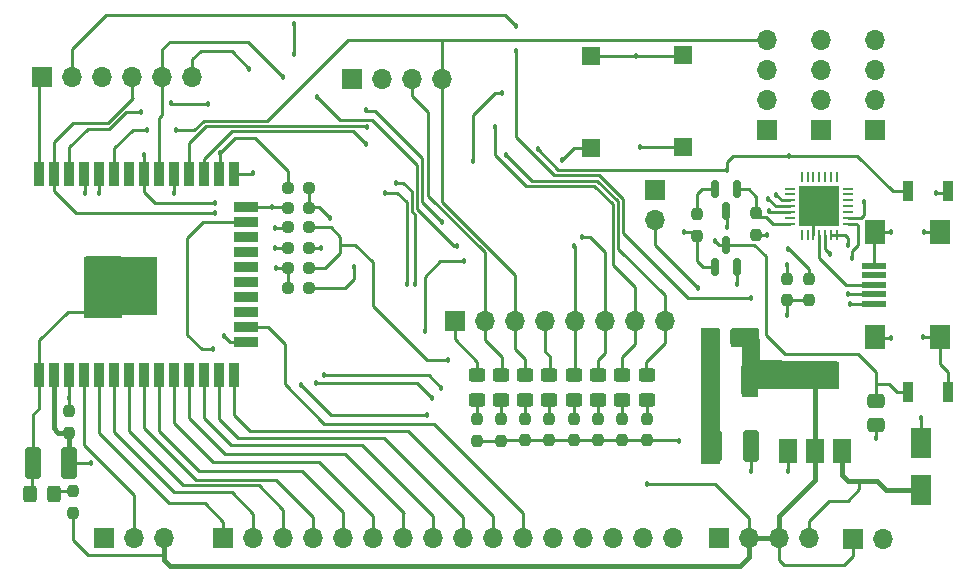
<source format=gbr>
%TF.GenerationSoftware,KiCad,Pcbnew,(6.0.2)*%
%TF.CreationDate,2022-06-23T10:32:29-05:00*%
%TF.ProjectId,ESP32_BUAP_DESARROLLO,45535033-325f-4425-9541-505f44455341,rev?*%
%TF.SameCoordinates,Original*%
%TF.FileFunction,Copper,L1,Top*%
%TF.FilePolarity,Positive*%
%FSLAX46Y46*%
G04 Gerber Fmt 4.6, Leading zero omitted, Abs format (unit mm)*
G04 Created by KiCad (PCBNEW (6.0.2)) date 2022-06-23 10:32:29*
%MOMM*%
%LPD*%
G01*
G04 APERTURE LIST*
G04 Aperture macros list*
%AMRoundRect*
0 Rectangle with rounded corners*
0 $1 Rounding radius*
0 $2 $3 $4 $5 $6 $7 $8 $9 X,Y pos of 4 corners*
0 Add a 4 corners polygon primitive as box body*
4,1,4,$2,$3,$4,$5,$6,$7,$8,$9,$2,$3,0*
0 Add four circle primitives for the rounded corners*
1,1,$1+$1,$2,$3*
1,1,$1+$1,$4,$5*
1,1,$1+$1,$6,$7*
1,1,$1+$1,$8,$9*
0 Add four rect primitives between the rounded corners*
20,1,$1+$1,$2,$3,$4,$5,0*
20,1,$1+$1,$4,$5,$6,$7,0*
20,1,$1+$1,$6,$7,$8,$9,0*
20,1,$1+$1,$8,$9,$2,$3,0*%
G04 Aperture macros list end*
%TA.AperFunction,SMDPad,CuDef*%
%ADD10RoundRect,0.250000X-0.450000X0.325000X-0.450000X-0.325000X0.450000X-0.325000X0.450000X0.325000X0*%
%TD*%
%TA.AperFunction,SMDPad,CuDef*%
%ADD11RoundRect,0.237500X-0.250000X-0.237500X0.250000X-0.237500X0.250000X0.237500X-0.250000X0.237500X0*%
%TD*%
%TA.AperFunction,SMDPad,CuDef*%
%ADD12RoundRect,0.237500X0.237500X-0.250000X0.237500X0.250000X-0.237500X0.250000X-0.237500X-0.250000X0*%
%TD*%
%TA.AperFunction,SMDPad,CuDef*%
%ADD13RoundRect,0.250000X-0.325000X-0.450000X0.325000X-0.450000X0.325000X0.450000X-0.325000X0.450000X0*%
%TD*%
%TA.AperFunction,SMDPad,CuDef*%
%ADD14RoundRect,0.150000X-0.150000X0.587500X-0.150000X-0.587500X0.150000X-0.587500X0.150000X0.587500X0*%
%TD*%
%TA.AperFunction,ComponentPad*%
%ADD15R,1.700000X1.700000*%
%TD*%
%TA.AperFunction,ComponentPad*%
%ADD16O,1.700000X1.700000*%
%TD*%
%TA.AperFunction,SMDPad,CuDef*%
%ADD17RoundRect,0.250000X0.412500X1.100000X-0.412500X1.100000X-0.412500X-1.100000X0.412500X-1.100000X0*%
%TD*%
%TA.AperFunction,SMDPad,CuDef*%
%ADD18RoundRect,0.250000X-0.412500X-1.100000X0.412500X-1.100000X0.412500X1.100000X-0.412500X1.100000X0*%
%TD*%
%TA.AperFunction,SMDPad,CuDef*%
%ADD19RoundRect,0.237500X-0.237500X0.250000X-0.237500X-0.250000X0.237500X-0.250000X0.237500X0.250000X0*%
%TD*%
%TA.AperFunction,SMDPad,CuDef*%
%ADD20RoundRect,0.150000X0.150000X-0.587500X0.150000X0.587500X-0.150000X0.587500X-0.150000X-0.587500X0*%
%TD*%
%TA.AperFunction,SMDPad,CuDef*%
%ADD21R,1.800000X2.500000*%
%TD*%
%TA.AperFunction,SMDPad,CuDef*%
%ADD22R,0.900000X1.700000*%
%TD*%
%TA.AperFunction,SMDPad,CuDef*%
%ADD23RoundRect,0.250000X-0.475000X0.337500X-0.475000X-0.337500X0.475000X-0.337500X0.475000X0.337500X0*%
%TD*%
%TA.AperFunction,SMDPad,CuDef*%
%ADD24RoundRect,0.062500X0.062500X-0.337500X0.062500X0.337500X-0.062500X0.337500X-0.062500X-0.337500X0*%
%TD*%
%TA.AperFunction,SMDPad,CuDef*%
%ADD25RoundRect,0.062500X0.337500X-0.062500X0.337500X0.062500X-0.337500X0.062500X-0.337500X-0.062500X0*%
%TD*%
%TA.AperFunction,SMDPad,CuDef*%
%ADD26R,3.350000X3.350000*%
%TD*%
%TA.AperFunction,SMDPad,CuDef*%
%ADD27RoundRect,0.250000X-0.337500X-0.475000X0.337500X-0.475000X0.337500X0.475000X-0.337500X0.475000X0*%
%TD*%
%TA.AperFunction,SMDPad,CuDef*%
%ADD28R,1.500000X2.000000*%
%TD*%
%TA.AperFunction,SMDPad,CuDef*%
%ADD29R,3.800000X2.000000*%
%TD*%
%TA.AperFunction,SMDPad,CuDef*%
%ADD30R,0.900000X2.000000*%
%TD*%
%TA.AperFunction,SMDPad,CuDef*%
%ADD31R,2.000000X0.900000*%
%TD*%
%TA.AperFunction,SMDPad,CuDef*%
%ADD32R,5.000000X5.000000*%
%TD*%
%TA.AperFunction,SMDPad,CuDef*%
%ADD33R,1.500000X1.500000*%
%TD*%
%TA.AperFunction,SMDPad,CuDef*%
%ADD34R,2.000000X0.500000*%
%TD*%
%TA.AperFunction,SMDPad,CuDef*%
%ADD35R,1.700000X2.000000*%
%TD*%
%TA.AperFunction,ViaPad*%
%ADD36C,0.457200*%
%TD*%
%TA.AperFunction,Conductor*%
%ADD37C,0.250000*%
%TD*%
%TA.AperFunction,Conductor*%
%ADD38C,0.457200*%
%TD*%
%TA.AperFunction,Conductor*%
%ADD39C,0.381000*%
%TD*%
G04 APERTURE END LIST*
D10*
%TO.P,D4,1,K*%
%TO.N,/SCL*%
X60850003Y-52575002D03*
%TO.P,D4,2,A*%
%TO.N,Net-(D4-Pad2)*%
X60850003Y-54625002D03*
%TD*%
D11*
%TO.P,R2,1*%
%TO.N,/GPIO4*%
X42787500Y-36700000D03*
%TO.P,R2,2*%
%TO.N,Earth*%
X44612500Y-36700000D03*
%TD*%
D12*
%TO.P,R15,1*%
%TO.N,/RTS*%
X77450000Y-40762500D03*
%TO.P,R15,2*%
%TO.N,Net-(Q2-Pad2)*%
X77450000Y-38937500D03*
%TD*%
D13*
%TO.P,D2,1,K*%
%TO.N,Earth*%
X20975000Y-62600002D03*
%TO.P,D2,2,A*%
%TO.N,Net-(D2-Pad2)*%
X23025000Y-62600002D03*
%TD*%
D14*
%TO.P,Q2,1,E*%
%TO.N,/DTR*%
X80850000Y-36812500D03*
%TO.P,Q2,2,B*%
%TO.N,Net-(Q2-Pad2)*%
X78950000Y-36812500D03*
%TO.P,Q2,3,C*%
%TO.N,/GPIO0*%
X79900000Y-38687500D03*
%TD*%
D15*
%TO.P,J7,1,Pin_1*%
%TO.N,/GPIO39*%
X37350000Y-66375000D03*
D16*
%TO.P,J7,2,Pin_2*%
%TO.N,/GPIO34*%
X39890000Y-66375000D03*
%TO.P,J7,3,Pin_3*%
%TO.N,/GPIO35*%
X42430000Y-66375000D03*
%TO.P,J7,4,Pin_4*%
%TO.N,/GPIO32*%
X44970000Y-66375000D03*
%TO.P,J7,5,Pin_5*%
%TO.N,/GPIO33*%
X47510000Y-66375000D03*
%TO.P,J7,6,Pin_6*%
%TO.N,/GPIO25*%
X50050000Y-66375000D03*
%TO.P,J7,7,Pin_7*%
%TO.N,/GPIO26*%
X52590000Y-66375000D03*
%TO.P,J7,8,Pin_8*%
%TO.N,/GPIO27*%
X55130000Y-66375000D03*
%TO.P,J7,9,Pin_9*%
%TO.N,/GPIO14*%
X57670000Y-66375000D03*
%TO.P,J7,10,Pin_10*%
%TO.N,/GPIO12*%
X60210000Y-66375000D03*
%TO.P,J7,11,Pin_11*%
%TO.N,/GPIO13*%
X62750000Y-66375000D03*
%TO.P,J7,12,Pin_12*%
%TO.N,/GPIO15*%
X65290000Y-66375000D03*
%TO.P,J7,13,Pin_13*%
%TO.N,/TX0*%
X67830000Y-66375000D03*
%TO.P,J7,14,Pin_14*%
%TO.N,/RX0*%
X70370000Y-66375000D03*
%TO.P,J7,15,Pin_15*%
%TO.N,Earth*%
X72910000Y-66375000D03*
%TO.P,J7,16,Pin_16*%
X75450000Y-66375000D03*
%TD*%
D17*
%TO.P,C1,1*%
%TO.N,/Vin*%
X82012500Y-58550000D03*
%TO.P,C1,2*%
%TO.N,Earth*%
X78887500Y-58550000D03*
%TD*%
D18*
%TO.P,C5,1*%
%TO.N,Earth*%
X21187500Y-60000000D03*
%TO.P,C5,2*%
%TO.N,VDDMICRO*%
X24312500Y-60000000D03*
%TD*%
D19*
%TO.P,R10,1*%
%TO.N,Net-(D1-Pad2)*%
X58800009Y-56287506D03*
%TO.P,R10,2*%
%TO.N,Net-(JP1-Pad2)*%
X58800009Y-58112506D03*
%TD*%
D11*
%TO.P,R13,1*%
%TO.N,/CS*%
X42787500Y-40050000D03*
%TO.P,R13,2*%
%TO.N,VDD3V3*%
X44612500Y-40050000D03*
%TD*%
%TO.P,R7,1*%
%TO.N,/TX0*%
X42787500Y-45200000D03*
%TO.P,R7,2*%
%TO.N,Net-(R7-Pad2)*%
X44612500Y-45200000D03*
%TD*%
D10*
%TO.P,D6,1,K*%
%TO.N,/MISO*%
X64950003Y-52575000D03*
%TO.P,D6,2,A*%
%TO.N,Net-(D6-Pad2)*%
X64950003Y-54625000D03*
%TD*%
D19*
%TO.P,R17,1*%
%TO.N,Net-(D5-Pad2)*%
X62900001Y-56237493D03*
%TO.P,R17,2*%
%TO.N,Net-(JP1-Pad2)*%
X62900001Y-58062493D03*
%TD*%
D11*
%TO.P,R12,1*%
%TO.N,/TX0*%
X42787500Y-43500000D03*
%TO.P,R12,2*%
%TO.N,VDD3V3*%
X44612500Y-43500000D03*
%TD*%
D10*
%TO.P,D8,1,K*%
%TO.N,/CS*%
X69050003Y-52575000D03*
%TO.P,D8,2,A*%
%TO.N,Net-(D8-Pad2)*%
X69050003Y-54625000D03*
%TD*%
D19*
%TO.P,R5,1*%
%TO.N,Net-(D2-Pad2)*%
X24600000Y-62387500D03*
%TO.P,R5,2*%
%TO.N,VDD3V3*%
X24600000Y-64212500D03*
%TD*%
D20*
%TO.P,Q1,1,E*%
%TO.N,/RTS*%
X78950000Y-43387500D03*
%TO.P,Q1,2,B*%
%TO.N,Net-(Q1-Pad2)*%
X80850000Y-43387500D03*
%TO.P,Q1,3,C*%
%TO.N,/EN*%
X79900000Y-41512500D03*
%TD*%
D10*
%TO.P,D10,1,K*%
%TO.N,/RX2*%
X73200000Y-52575000D03*
%TO.P,D10,2,A*%
%TO.N,Net-(D10-Pad2)*%
X73200000Y-54625000D03*
%TD*%
D19*
%TO.P,R22,1*%
%TO.N,Net-(D10-Pad2)*%
X73200003Y-56237500D03*
%TO.P,R22,2*%
%TO.N,Net-(JP1-Pad2)*%
X73200003Y-58062500D03*
%TD*%
D15*
%TO.P,J2,1,Pin_1*%
%TO.N,Earth*%
X22025000Y-27275000D03*
D16*
%TO.P,J2,2,Pin_2*%
%TO.N,/Vin*%
X24565000Y-27275000D03*
%TO.P,J2,3,Pin_3*%
%TO.N,/MISO*%
X27105000Y-27275000D03*
%TO.P,J2,4,Pin_4*%
%TO.N,/MOSI*%
X29645000Y-27275000D03*
%TO.P,J2,5,Pin_5*%
%TO.N,/SCK*%
X32185000Y-27275000D03*
%TO.P,J2,6,Pin_6*%
%TO.N,/CS*%
X34725000Y-27275000D03*
%TD*%
D10*
%TO.P,D7,1,K*%
%TO.N,/SCK*%
X67000008Y-52574990D03*
%TO.P,D7,2,A*%
%TO.N,Net-(D7-Pad2)*%
X67000008Y-54624990D03*
%TD*%
D17*
%TO.P,C3,1*%
%TO.N,VDD3V3*%
X81862500Y-53000000D03*
%TO.P,C3,2*%
%TO.N,Earth*%
X78737500Y-53000000D03*
%TD*%
D15*
%TO.P,J5,1,Pin_1*%
%TO.N,Earth*%
X92550000Y-31770000D03*
D16*
%TO.P,J5,2,Pin_2*%
%TO.N,VDD3V3*%
X92550000Y-29230000D03*
%TO.P,J5,3,Pin_3*%
%TO.N,/SCL*%
X92550000Y-26690000D03*
%TO.P,J5,4,Pin_4*%
%TO.N,/SDA*%
X92550000Y-24150000D03*
%TD*%
D21*
%TO.P,D3,1,K*%
%TO.N,/Vin*%
X96400010Y-62300006D03*
%TO.P,D3,2,A*%
%TO.N,VCCUSB*%
X96400010Y-58300006D03*
%TD*%
D15*
%TO.P,J4,1,Pin_1*%
%TO.N,Earth*%
X83350000Y-31770000D03*
D16*
%TO.P,J4,2,Pin_2*%
%TO.N,VDD3V3*%
X83350000Y-29230000D03*
%TO.P,J4,3,Pin_3*%
%TO.N,/SCL*%
X83350000Y-26690000D03*
%TO.P,J4,4,Pin_4*%
%TO.N,/SDA*%
X83350000Y-24150000D03*
%TD*%
D12*
%TO.P,R11,1*%
%TO.N,VDDMICRO*%
X24300000Y-57412500D03*
%TO.P,R11,2*%
%TO.N,/EN*%
X24300000Y-55587500D03*
%TD*%
D15*
%TO.P,J6,1,Pin_1*%
%TO.N,Earth*%
X87950000Y-31770000D03*
D16*
%TO.P,J6,2,Pin_2*%
%TO.N,VDD3V3*%
X87950000Y-29230000D03*
%TO.P,J6,3,Pin_3*%
%TO.N,/SCL*%
X87950000Y-26690000D03*
%TO.P,J6,4,Pin_4*%
%TO.N,/SDA*%
X87950000Y-24150000D03*
%TD*%
D15*
%TO.P,J9,1,Pin_1*%
%TO.N,/MOSI*%
X56925007Y-48000006D03*
D16*
%TO.P,J9,2,Pin_2*%
%TO.N,/SCL*%
X59465007Y-48000006D03*
%TO.P,J9,3,Pin_3*%
%TO.N,/SDA*%
X62005007Y-48000006D03*
%TO.P,J9,4,Pin_4*%
%TO.N,/MISO*%
X64545007Y-48000006D03*
%TO.P,J9,5,Pin_5*%
%TO.N,/SCK*%
X67085007Y-48000006D03*
%TO.P,J9,6,Pin_6*%
%TO.N,/CS*%
X69625007Y-48000006D03*
%TO.P,J9,7,Pin_7*%
%TO.N,/TX2*%
X72165007Y-48000006D03*
%TO.P,J9,8,Pin_8*%
%TO.N,/RX2*%
X74705007Y-48000006D03*
%TD*%
D22*
%TO.P,RST1,1,1*%
%TO.N,/EN*%
X95300009Y-53999994D03*
%TO.P,RST1,2,2*%
%TO.N,Earth*%
X98700009Y-53999994D03*
%TD*%
D23*
%TO.P,C4,1*%
%TO.N,/EN*%
X92600000Y-54700000D03*
%TO.P,C4,2*%
%TO.N,Earth*%
X92600000Y-56775000D03*
%TD*%
D24*
%TO.P,U1,1,~{DCD}*%
%TO.N,unconnected-(U1-Pad1)*%
X86300002Y-40700012D03*
%TO.P,U1,2,~{RI}/CLK*%
%TO.N,unconnected-(U1-Pad2)*%
X86800002Y-40700012D03*
%TO.P,U1,3,GND*%
%TO.N,Earth*%
X87300002Y-40700012D03*
%TO.P,U1,4,D+*%
%TO.N,Net-(J1-Pad3)*%
X87800002Y-40700012D03*
%TO.P,U1,5,D-*%
%TO.N,Net-(J1-Pad2)*%
X88300002Y-40700012D03*
%TO.P,U1,6,VDD*%
%TO.N,VDD3V3*%
X88800002Y-40700012D03*
%TO.P,U1,7,VREGIN*%
X89300002Y-40700012D03*
D25*
%TO.P,U1,8,VBUS*%
%TO.N,VCCUSB*%
X90250002Y-39750012D03*
%TO.P,U1,9,~{RST}*%
%TO.N,Net-(R1-Pad1)*%
X90250002Y-39250012D03*
%TO.P,U1,10,NC*%
%TO.N,unconnected-(U1-Pad10)*%
X90250002Y-38750012D03*
%TO.P,U1,11,~{SUSPEND}*%
%TO.N,unconnected-(U1-Pad11)*%
X90250002Y-38250012D03*
%TO.P,U1,12,SUSPEND*%
%TO.N,unconnected-(U1-Pad12)*%
X90250002Y-37750012D03*
%TO.P,U1,13,CHREN*%
%TO.N,unconnected-(U1-Pad13)*%
X90250002Y-37250012D03*
%TO.P,U1,14,CHR1*%
%TO.N,unconnected-(U1-Pad14)*%
X90250002Y-36750012D03*
D24*
%TO.P,U1,15,CHR0*%
%TO.N,unconnected-(U1-Pad15)*%
X89300002Y-35800012D03*
%TO.P,U1,16,~{WAKEUP}/GPIO.3*%
%TO.N,unconnected-(U1-Pad16)*%
X88800002Y-35800012D03*
%TO.P,U1,17,RS485/GPIO.2*%
%TO.N,unconnected-(U1-Pad17)*%
X88300002Y-35800012D03*
%TO.P,U1,18,~{RXT}/GPIO.1*%
%TO.N,unconnected-(U1-Pad18)*%
X87800002Y-35800012D03*
%TO.P,U1,19,~{TXT}/GPIO.0*%
%TO.N,unconnected-(U1-Pad19)*%
X87300002Y-35800012D03*
%TO.P,U1,20,GPIO.6*%
%TO.N,unconnected-(U1-Pad20)*%
X86800002Y-35800012D03*
%TO.P,U1,21,GPIO.5*%
%TO.N,unconnected-(U1-Pad21)*%
X86300002Y-35800012D03*
D25*
%TO.P,U1,22,GPIO.4*%
%TO.N,unconnected-(U1-Pad22)*%
X85350002Y-36750012D03*
%TO.P,U1,23,~{CTS}*%
%TO.N,unconnected-(U1-Pad23)*%
X85350002Y-37250012D03*
%TO.P,U1,24,~{RTS}*%
%TO.N,/RTS*%
X85350002Y-37750012D03*
%TO.P,U1,25,RXD*%
%TO.N,Net-(R7-Pad2)*%
X85350002Y-38250012D03*
%TO.P,U1,26,TXD*%
%TO.N,Net-(R8-Pad2)*%
X85350002Y-38750012D03*
%TO.P,U1,27,~{DSR}*%
%TO.N,unconnected-(U1-Pad27)*%
X85350002Y-39250012D03*
%TO.P,U1,28,~{DTR}*%
%TO.N,/DTR*%
X85350002Y-39750012D03*
D26*
%TO.P,U1,29,GND*%
%TO.N,Earth*%
X87800002Y-38250012D03*
%TD*%
D19*
%TO.P,R21,1*%
%TO.N,Net-(D9-Pad2)*%
X71100003Y-56237500D03*
%TO.P,R21,2*%
%TO.N,Net-(JP1-Pad2)*%
X71100003Y-58062500D03*
%TD*%
D11*
%TO.P,R6,1*%
%TO.N,/GPIO2*%
X42787500Y-38400000D03*
%TO.P,R6,2*%
%TO.N,Earth*%
X44612500Y-38400000D03*
%TD*%
D15*
%TO.P,J3,1,Pin_1*%
%TO.N,Earth*%
X48200000Y-27500000D03*
D16*
%TO.P,J3,2,Pin_2*%
%TO.N,VDD3V3*%
X50740000Y-27500000D03*
%TO.P,J3,3,Pin_3*%
%TO.N,/SCL*%
X53280000Y-27500000D03*
%TO.P,J3,4,Pin_4*%
%TO.N,/SDA*%
X55820000Y-27500000D03*
%TD*%
D19*
%TO.P,R18,1*%
%TO.N,Net-(D6-Pad2)*%
X64950009Y-56237493D03*
%TO.P,R18,2*%
%TO.N,Net-(JP1-Pad2)*%
X64950009Y-58062493D03*
%TD*%
D22*
%TO.P,RST2,1,1*%
%TO.N,/GPIO0*%
X95300009Y-37000002D03*
%TO.P,RST2,2,2*%
%TO.N,Earth*%
X98700009Y-37000002D03*
%TD*%
D27*
%TO.P,C2,1*%
%TO.N,Earth*%
X78762500Y-49300000D03*
%TO.P,C2,2*%
%TO.N,VDD3V3*%
X80837500Y-49300000D03*
%TD*%
D28*
%TO.P,U2,1,GND*%
%TO.N,Earth*%
X85149990Y-58949990D03*
%TO.P,U2,2,VO*%
%TO.N,VDD3V3*%
X87449990Y-58949990D03*
D29*
X87449990Y-52649990D03*
D28*
%TO.P,U2,3,VI*%
%TO.N,/Vin*%
X89749990Y-58949990D03*
%TD*%
D10*
%TO.P,D5,1,K*%
%TO.N,/SDA*%
X62900003Y-52575000D03*
%TO.P,D5,2,A*%
%TO.N,Net-(D5-Pad2)*%
X62900003Y-54625000D03*
%TD*%
D19*
%TO.P,R14,1*%
%TO.N,/DTR*%
X82450000Y-38837500D03*
%TO.P,R14,2*%
%TO.N,Net-(Q1-Pad2)*%
X82450000Y-40662500D03*
%TD*%
%TO.P,R19,1*%
%TO.N,Net-(D7-Pad2)*%
X67000003Y-56237500D03*
%TO.P,R19,2*%
%TO.N,Net-(JP1-Pad2)*%
X67000003Y-58062500D03*
%TD*%
D30*
%TO.P,U4,1,GND*%
%TO.N,Earth*%
X21744991Y-52499988D03*
%TO.P,U4,2,VDD*%
%TO.N,VDDMICRO*%
X23014991Y-52499988D03*
%TO.P,U4,3,EN*%
%TO.N,/EN*%
X24284991Y-52499988D03*
%TO.P,U4,4,SENSOR_VP*%
%TO.N,/GPIO36*%
X25554991Y-52499988D03*
%TO.P,U4,5,SENSOR_VN*%
%TO.N,/GPIO39*%
X26824991Y-52499988D03*
%TO.P,U4,6,IO34*%
%TO.N,/GPIO34*%
X28094991Y-52499988D03*
%TO.P,U4,7,IO35*%
%TO.N,/GPIO35*%
X29364991Y-52499988D03*
%TO.P,U4,8,IO32*%
%TO.N,/GPIO32*%
X30634991Y-52499988D03*
%TO.P,U4,9,IO33*%
%TO.N,/GPIO33*%
X31904991Y-52499988D03*
%TO.P,U4,10,IO25*%
%TO.N,/GPIO25*%
X33174991Y-52499988D03*
%TO.P,U4,11,IO26*%
%TO.N,/GPIO26*%
X34444991Y-52499988D03*
%TO.P,U4,12,IO27*%
%TO.N,/GPIO27*%
X35714991Y-52499988D03*
%TO.P,U4,13,IO14*%
%TO.N,/GPIO14*%
X36984991Y-52499988D03*
%TO.P,U4,14,IO12*%
%TO.N,/GPIO12*%
X38254991Y-52499988D03*
D31*
%TO.P,U4,15,GND*%
%TO.N,Earth*%
X39254991Y-49714988D03*
%TO.P,U4,16,IO13*%
%TO.N,/GPIO13*%
X39254991Y-48444988D03*
%TO.P,U4,17,SHD/SD2*%
%TO.N,unconnected-(U4-Pad17)*%
X39254991Y-47174988D03*
%TO.P,U4,18,SWP/SD3*%
%TO.N,unconnected-(U4-Pad18)*%
X39254991Y-45904988D03*
%TO.P,U4,19,SCS/CMD*%
%TO.N,unconnected-(U4-Pad19)*%
X39254991Y-44634988D03*
%TO.P,U4,20,SCK/CLK*%
%TO.N,unconnected-(U4-Pad20)*%
X39254991Y-43364988D03*
%TO.P,U4,21,SDO/SD0*%
%TO.N,unconnected-(U4-Pad21)*%
X39254991Y-42094988D03*
%TO.P,U4,22,SDI/SD1*%
%TO.N,unconnected-(U4-Pad22)*%
X39254991Y-40824988D03*
%TO.P,U4,23,IO15*%
%TO.N,/GPIO15*%
X39254991Y-39554988D03*
%TO.P,U4,24,IO2*%
%TO.N,/GPIO2*%
X39254991Y-38284988D03*
D30*
%TO.P,U4,25,IO0*%
%TO.N,/GPIO0*%
X38254991Y-35499988D03*
%TO.P,U4,26,IO4*%
%TO.N,/GPIO4*%
X36984991Y-35499988D03*
%TO.P,U4,27,IO16*%
%TO.N,/RX2*%
X35714991Y-35499988D03*
%TO.P,U4,28,IO17*%
%TO.N,/TX2*%
X34444991Y-35499988D03*
%TO.P,U4,29,IO5*%
%TO.N,/CS*%
X33174991Y-35499988D03*
%TO.P,U4,30,IO18*%
%TO.N,/SCK*%
X31904991Y-35499988D03*
%TO.P,U4,31,IO19*%
%TO.N,/MISO*%
X30634991Y-35499988D03*
%TO.P,U4,32,NC*%
%TO.N,unconnected-(U4-Pad32)*%
X29364991Y-35499988D03*
%TO.P,U4,33,IO21*%
%TO.N,/SDA*%
X28094991Y-35499988D03*
%TO.P,U4,34,RXD0/IO3*%
%TO.N,/RX0*%
X26824991Y-35499988D03*
%TO.P,U4,35,TXD0/IO1*%
%TO.N,/TX0*%
X25554991Y-35499988D03*
%TO.P,U4,36,IO22*%
%TO.N,/SCL*%
X24284991Y-35499988D03*
%TO.P,U4,37,IO23*%
%TO.N,/MOSI*%
X23014991Y-35499988D03*
%TO.P,U4,38,GND*%
%TO.N,Earth*%
X21744991Y-35499988D03*
D32*
%TO.P,U4,39,GND*%
X29244991Y-44999988D03*
%TD*%
D15*
%TO.P,J11,1,Pin_1*%
%TO.N,VDD3V3*%
X90650000Y-66400000D03*
D16*
%TO.P,J11,2,Pin_2*%
%TO.N,VDDMICRO*%
X93190000Y-66400000D03*
%TD*%
D19*
%TO.P,R9,1*%
%TO.N,/GPIO0*%
X86900000Y-44387500D03*
%TO.P,R9,2*%
%TO.N,VDD3V3*%
X86900000Y-46212500D03*
%TD*%
D15*
%TO.P,J10,1,Pin_1*%
%TO.N,Earth*%
X27199996Y-66375001D03*
D16*
%TO.P,J10,2,Pin_2*%
%TO.N,/GPIO36*%
X29739996Y-66375001D03*
%TO.P,J10,3,Pin_3*%
%TO.N,VDD3V3*%
X32279996Y-66375001D03*
%TD*%
D10*
%TO.P,D1,1,K*%
%TO.N,/MOSI*%
X58800009Y-52575002D03*
%TO.P,D1,2,A*%
%TO.N,Net-(D1-Pad2)*%
X58800009Y-54625002D03*
%TD*%
D15*
%TO.P,JP1,1,A*%
%TO.N,VDD3V3*%
X73900000Y-36900000D03*
D16*
%TO.P,JP1,2,B*%
%TO.N,Net-(JP1-Pad2)*%
X73900000Y-39440000D03*
%TD*%
D11*
%TO.P,R8,1*%
%TO.N,/RX0*%
X42787500Y-41750000D03*
%TO.P,R8,2*%
%TO.N,Net-(R8-Pad2)*%
X44612500Y-41750000D03*
%TD*%
D19*
%TO.P,R1,1*%
%TO.N,Net-(R1-Pad1)*%
X85100000Y-44387500D03*
%TO.P,R1,2*%
%TO.N,VDD3V3*%
X85100000Y-46212500D03*
%TD*%
D15*
%TO.P,J8,1,Pin_1*%
%TO.N,Earth*%
X79300000Y-66350000D03*
D16*
%TO.P,J8,2,Pin_2*%
%TO.N,VDD3V3*%
X81840000Y-66350000D03*
%TO.P,J8,3,Pin_3*%
X84380000Y-66350000D03*
%TO.P,J8,4,Pin_4*%
%TO.N,/Vin*%
X86920000Y-66350000D03*
%TD*%
D33*
%TO.P,RST3,1,1*%
%TO.N,/GPIO2*%
X68500000Y-33300000D03*
%TO.P,RST3,2,2*%
%TO.N,VDD3V3*%
X68500000Y-25500000D03*
%TD*%
D19*
%TO.P,R20,1*%
%TO.N,Net-(D8-Pad2)*%
X69050003Y-56225000D03*
%TO.P,R20,2*%
%TO.N,Net-(JP1-Pad2)*%
X69050003Y-58050000D03*
%TD*%
%TO.P,R16,1*%
%TO.N,Net-(D4-Pad2)*%
X60849992Y-56287506D03*
%TO.P,R16,2*%
%TO.N,Net-(JP1-Pad2)*%
X60849992Y-58112506D03*
%TD*%
D34*
%TO.P,J1,1,VBUS*%
%TO.N,VCCUSB*%
X92425007Y-46500012D03*
%TO.P,J1,2,D-*%
%TO.N,Net-(J1-Pad2)*%
X92425007Y-45700012D03*
%TO.P,J1,3,D+*%
%TO.N,Net-(J1-Pad3)*%
X92425007Y-44900012D03*
%TO.P,J1,4,ID*%
%TO.N,OTG_ID*%
X92425007Y-44100012D03*
%TO.P,J1,5,GND*%
%TO.N,Earth*%
X92425007Y-43300012D03*
D35*
%TO.P,J1,6,Shield*%
X97975007Y-40450012D03*
X97975007Y-49350012D03*
X92525007Y-49350012D03*
X92525007Y-40450012D03*
%TD*%
D10*
%TO.P,D9,1,K*%
%TO.N,/TX2*%
X71100010Y-52574994D03*
%TO.P,D9,2,A*%
%TO.N,Net-(D9-Pad2)*%
X71100010Y-54624994D03*
%TD*%
D33*
%TO.P,RST4,1,1*%
%TO.N,/GPIO4*%
X76250000Y-33250000D03*
%TO.P,RST4,2,2*%
%TO.N,VDD3V3*%
X76250000Y-25450000D03*
%TD*%
D36*
%TO.N,Earth*%
X87850000Y-39550000D03*
X78700000Y-56700000D03*
X87850000Y-37000000D03*
X25999999Y-42850003D03*
X43350002Y-22850000D03*
X26000000Y-44650000D03*
X78700000Y-55100000D03*
X93900000Y-40400000D03*
X26000000Y-45250000D03*
X88950000Y-39550000D03*
X96700000Y-40400000D03*
X93900000Y-49400000D03*
X97700000Y-37100000D03*
X78150000Y-50600000D03*
X26000000Y-44050000D03*
X89000000Y-38250000D03*
X78700000Y-55950000D03*
X86600000Y-37000000D03*
X96600000Y-49300000D03*
X92600000Y-57900000D03*
X78800000Y-50600000D03*
X43350002Y-25400000D03*
X37400000Y-49250000D03*
X26000000Y-46550000D03*
X85149995Y-60649993D03*
X46400000Y-39250000D03*
X86600000Y-39550000D03*
X86600000Y-38250000D03*
X89000000Y-37000000D03*
X26000000Y-43450000D03*
X26000000Y-45900000D03*
X87850000Y-38250000D03*
X26000000Y-47200000D03*
%TO.N,VDD3V3*%
X73200006Y-61800003D03*
X90200000Y-41500000D03*
X85100008Y-47500007D03*
X84749996Y-51950010D03*
X72300000Y-25500000D03*
X56399989Y-51299999D03*
%TO.N,VCCUSB*%
X90400835Y-46503387D03*
X96400010Y-56199989D03*
X90599997Y-42599991D03*
%TO.N,Net-(J1-Pad2)*%
X88700000Y-42299992D03*
X90200000Y-45700000D03*
%TO.N,Net-(R1-Pad1)*%
X85100008Y-43199990D03*
X91600000Y-37900000D03*
%TO.N,/EN*%
X78999994Y-41199994D03*
X54400000Y-48800000D03*
X57700012Y-42925975D03*
X24300000Y-54450005D03*
%TO.N,/TX0*%
X45149999Y-53250008D03*
X25600000Y-37149989D03*
X54999992Y-54499993D03*
X41800000Y-43450000D03*
%TO.N,/CS*%
X39550010Y-26599998D03*
X67699992Y-40850007D03*
X49400003Y-30099991D03*
X41750005Y-40099996D03*
X33149997Y-37149989D03*
X55862703Y-39587297D03*
%TO.N,/RX0*%
X45849997Y-52525498D03*
X55799990Y-53599994D03*
X26850010Y-37149989D03*
X41750000Y-41800000D03*
%TO.N,/RTS*%
X76350012Y-40450008D03*
X84150000Y-37300000D03*
%TO.N,Net-(R7-Pad2)*%
X48400000Y-43400000D03*
X83450000Y-37600000D03*
%TO.N,Net-(Q1-Pad2)*%
X80850003Y-44849999D03*
X83400000Y-40700000D03*
%TO.N,/GPIO0*%
X85175496Y-41899992D03*
X85200000Y-34000008D03*
X63962305Y-33437703D03*
X79950005Y-39999996D03*
X79999992Y-35174504D03*
X39850009Y-35449993D03*
%TO.N,Net-(R8-Pad2)*%
X45650000Y-41800000D03*
X83554874Y-38689369D03*
%TO.N,/Vin*%
X82050001Y-60700006D03*
X62100003Y-22950000D03*
X62100003Y-25100001D03*
X82050000Y-46000000D03*
%TO.N,/SCK*%
X67050006Y-41599993D03*
X42399991Y-27299996D03*
X57150000Y-41650000D03*
X45249998Y-28999993D03*
%TO.N,/MISO*%
X53600000Y-44800000D03*
X51950000Y-36250000D03*
X30650002Y-33900008D03*
X36649990Y-37971908D03*
%TO.N,/MOSI*%
X51050012Y-37100002D03*
X36649990Y-38799999D03*
X52900000Y-44800000D03*
%TO.N,/SCL*%
X32949998Y-29550004D03*
X30400000Y-30299990D03*
X36000000Y-29600000D03*
%TO.N,/SDA*%
X33349997Y-31800013D03*
X30899989Y-31800013D03*
%TO.N,/GPIO2*%
X41450000Y-38300000D03*
X66000000Y-34300000D03*
%TO.N,/GPIO15*%
X36449991Y-50349988D03*
X54599992Y-55899990D03*
X43899988Y-53350008D03*
%TO.N,/GPIO4*%
X72649994Y-33249997D03*
X60949992Y-28699993D03*
X37050000Y-33749996D03*
X58450000Y-34400000D03*
%TO.N,/RX2*%
X61249992Y-33900008D03*
X49449990Y-33000010D03*
%TO.N,/TX2*%
X49500003Y-31499988D03*
X60300000Y-31500000D03*
%TO.N,Net-(JP1-Pad2)*%
X77499997Y-45149999D03*
X75900000Y-58100000D03*
%TO.N,VDDMICRO*%
X26150011Y-60000007D03*
%TD*%
D37*
%TO.N,Earth*%
X43350000Y-25400000D02*
X43350000Y-22850000D01*
X97975007Y-51575007D02*
X97975007Y-49350012D01*
X87300000Y-40700000D02*
X87300000Y-38750000D01*
X96700000Y-40400000D02*
X97925000Y-40400000D01*
X37865000Y-49715000D02*
X39255000Y-49715000D01*
X98600000Y-37100000D02*
X98700000Y-37000000D01*
X97924995Y-49300000D02*
X96600000Y-49300000D01*
X37400000Y-49250000D02*
X37865000Y-49715000D01*
X24150000Y-47200000D02*
X26000000Y-47200000D01*
X21745000Y-27555000D02*
X22025000Y-27275000D01*
X92575000Y-49400000D02*
X92525000Y-49350000D01*
X93900000Y-40400000D02*
X92575000Y-40400000D01*
X92425000Y-43300000D02*
X92425000Y-40550000D01*
X21125000Y-62600000D02*
X21125000Y-60062500D01*
X92425000Y-40550000D02*
X92525000Y-40450000D01*
X45450000Y-38300000D02*
X44612500Y-38300000D01*
X21745000Y-35500000D02*
X21745000Y-27555000D01*
X97925000Y-40400000D02*
X97975000Y-40450000D01*
X21745000Y-52500000D02*
X21745000Y-55355000D01*
X46400000Y-39250000D02*
X45450000Y-38300000D01*
X21125000Y-60062500D02*
X21187500Y-60000000D01*
X93900000Y-49400000D02*
X92575000Y-49400000D01*
X87300000Y-38750000D02*
X87800000Y-38250000D01*
X92600000Y-57900000D02*
X92600000Y-56775000D01*
X85150000Y-58950000D02*
X85150000Y-60650000D01*
X21745000Y-55355000D02*
X21187500Y-55912500D01*
X98700009Y-53999994D02*
X98700000Y-53999985D01*
X97700000Y-37100000D02*
X98600000Y-37100000D01*
X98700000Y-52300000D02*
X97975007Y-51575007D01*
X98700000Y-53999985D02*
X98700000Y-52300000D01*
X44612500Y-36700000D02*
X44612500Y-38300000D01*
X21745000Y-49605000D02*
X24150000Y-47200000D01*
X21745000Y-52500000D02*
X21745000Y-49605000D01*
X92575000Y-40400000D02*
X92525000Y-40450000D01*
X21187500Y-55912500D02*
X21187500Y-60000000D01*
%TO.N,VDD3V3*%
X48500000Y-41500000D02*
X47250000Y-41500000D01*
D38*
X87449990Y-52650009D02*
X87449990Y-58949996D01*
D37*
X85100000Y-46212500D02*
X86900000Y-46212500D01*
X47250000Y-40850000D02*
X46450000Y-40050000D01*
X90000012Y-40700012D02*
X90200000Y-40900000D01*
X89300002Y-40700012D02*
X90000012Y-40700012D01*
X90200000Y-40900000D02*
X90200000Y-41500000D01*
X79000000Y-61800000D02*
X73200000Y-61800000D01*
X85100000Y-46212500D02*
X85100000Y-47500000D01*
X89900000Y-68650000D02*
X90650000Y-67900000D01*
X50000000Y-43000000D02*
X48500000Y-41500000D01*
X81840000Y-66350000D02*
X81840000Y-64640000D01*
X24600000Y-64212500D02*
X24600000Y-66500000D01*
X76000000Y-25500000D02*
X76150000Y-25350000D01*
D39*
X87449990Y-60850010D02*
X87449990Y-58949996D01*
X81839994Y-66350007D02*
X81839994Y-67909999D01*
D37*
X90650000Y-67900000D02*
X90650000Y-66400000D01*
X44612500Y-43500000D02*
X45950000Y-43500000D01*
X50000000Y-46714282D02*
X50000000Y-43000000D01*
D39*
X87449990Y-60850010D02*
X87449990Y-61400004D01*
D37*
X88800002Y-40700012D02*
X89300002Y-40700012D01*
X54585718Y-51300000D02*
X50000000Y-46714282D01*
D39*
X81050003Y-68699990D02*
X32799990Y-68699990D01*
D37*
X24600000Y-66500000D02*
X25880000Y-67780000D01*
X84380000Y-66350000D02*
X84380000Y-68230000D01*
X72300000Y-25500000D02*
X68500000Y-25500000D01*
X72300000Y-25500000D02*
X76000000Y-25500000D01*
X81840000Y-64640000D02*
X79000000Y-61800000D01*
X56400000Y-51300000D02*
X54585718Y-51300000D01*
D39*
X32280000Y-68180000D02*
X32280000Y-67780000D01*
X32280000Y-67780000D02*
X32280000Y-66375000D01*
X84379994Y-66350007D02*
X81839994Y-66350007D01*
D37*
X84800000Y-68650000D02*
X89900000Y-68650000D01*
X47250000Y-41500000D02*
X47250000Y-40850000D01*
X84380000Y-68230000D02*
X84800000Y-68650000D01*
D39*
X87449990Y-61400004D02*
X84379994Y-64470001D01*
D37*
X25880000Y-67780000D02*
X32280000Y-67780000D01*
X45950000Y-43500000D02*
X47250000Y-42200000D01*
D39*
X81839994Y-67909999D02*
X81050003Y-68699990D01*
X84379994Y-64470001D02*
X84379994Y-66350007D01*
D37*
X47250000Y-42200000D02*
X47250000Y-41500000D01*
X46450000Y-40050000D02*
X44612500Y-40050000D01*
D39*
X32799990Y-68699990D02*
X32280000Y-68180000D01*
D37*
%TO.N,Net-(D2-Pad2)*%
X23437501Y-62337500D02*
X23174999Y-62600002D01*
X23387500Y-62387500D02*
X23175000Y-62600000D01*
X24800000Y-62337500D02*
X23437501Y-62337500D01*
%TO.N,Net-(J1-Pad3)*%
X87800002Y-40700012D02*
X87800002Y-42600002D01*
X87800002Y-42600002D02*
X90100000Y-44900000D01*
X90100000Y-44900000D02*
X92425000Y-44900000D01*
%TO.N,VCCUSB*%
X90950012Y-39750012D02*
X91100000Y-39900000D01*
X91100000Y-41500000D02*
X90600000Y-42000000D01*
X90250002Y-39750012D02*
X90950012Y-39750012D01*
X91100000Y-39900000D02*
X91100000Y-41500000D01*
X92425000Y-46500000D02*
X90404221Y-46500000D01*
X96400000Y-56200000D02*
X96400000Y-58299996D01*
X90404221Y-46500000D02*
X90400844Y-46503377D01*
X90600000Y-42600000D02*
X90600000Y-42000000D01*
X96400000Y-58299996D02*
X96400010Y-58300006D01*
%TO.N,Net-(J1-Pad2)*%
X88300002Y-40700012D02*
X88300002Y-41900002D01*
X90200000Y-45700000D02*
X92425000Y-45700000D01*
X88300002Y-41900002D02*
X88700000Y-42300000D01*
%TO.N,Net-(R1-Pad1)*%
X91600000Y-37900000D02*
X91600000Y-39000501D01*
X91600000Y-39000501D02*
X91350489Y-39250012D01*
X91350489Y-39250012D02*
X90250002Y-39250012D01*
X85100000Y-44387500D02*
X85100000Y-43200000D01*
%TO.N,/GPIO33*%
X35300000Y-60650000D02*
X44000000Y-60650000D01*
X44000000Y-60650000D02*
X47510000Y-64160000D01*
X47510000Y-64160000D02*
X47510000Y-66375000D01*
X31905000Y-52500000D02*
X31905000Y-57255000D01*
X31905000Y-57255000D02*
X35300000Y-60650000D01*
%TO.N,/GPIO25*%
X36450000Y-59900000D02*
X45450000Y-59900000D01*
X45450000Y-59900000D02*
X50050000Y-64500000D01*
X50050000Y-64500000D02*
X50050000Y-66375000D01*
X33175000Y-52500000D02*
X33175000Y-56625000D01*
X33175000Y-56625000D02*
X36450000Y-59900000D01*
%TO.N,/GPIO26*%
X47600000Y-59250000D02*
X52600000Y-64250000D01*
X34445000Y-56195000D02*
X37500000Y-59250000D01*
X37500000Y-59250000D02*
X47600000Y-59250000D01*
X52600000Y-64250000D02*
X52590000Y-64260000D01*
X52590000Y-64260000D02*
X52590000Y-66375000D01*
X34445000Y-52500000D02*
X34445000Y-56195000D01*
%TO.N,/EN*%
X79900000Y-41512500D02*
X79912500Y-41500000D01*
X79912500Y-41500000D02*
X82300000Y-41500000D01*
X94399994Y-53999994D02*
X93700000Y-53300000D01*
X24300000Y-52515000D02*
X24285000Y-52500000D01*
X83300000Y-42500000D02*
X83300000Y-49150000D01*
X92600000Y-52300000D02*
X92600000Y-53300000D01*
X79312500Y-41512500D02*
X79000000Y-41200000D01*
X84900000Y-50750000D02*
X91050000Y-50750000D01*
X92600000Y-53300000D02*
X92600000Y-54700000D01*
X91050000Y-50750000D02*
X92600000Y-52300000D01*
X24300000Y-55587500D02*
X24300000Y-54450005D01*
X79900000Y-41512500D02*
X79312500Y-41512500D01*
X83300000Y-49150000D02*
X84900000Y-50750000D01*
X24300000Y-54450000D02*
X24300000Y-52515000D01*
X93700000Y-53300000D02*
X92600000Y-53300000D01*
X95300009Y-53999994D02*
X94399994Y-53999994D01*
X57700000Y-42925980D02*
X55674020Y-42925980D01*
X82300000Y-41500000D02*
X83300000Y-42500000D01*
X55674020Y-42925980D02*
X54400000Y-44200000D01*
X54400000Y-44200000D02*
X54400000Y-48800000D01*
%TO.N,/TX0*%
X42787500Y-45200000D02*
X42787500Y-43500000D01*
X41800000Y-43450000D02*
X41850000Y-43500000D01*
X53750008Y-53250008D02*
X55000000Y-54500000D01*
X45149999Y-53250008D02*
X53750008Y-53250008D01*
X41850000Y-43500000D02*
X42787500Y-43500000D01*
X25600000Y-37150000D02*
X25600000Y-35545000D01*
X25600000Y-35545000D02*
X25555000Y-35500000D01*
%TO.N,/CS*%
X38050000Y-25100000D02*
X35450000Y-25100000D01*
X68350007Y-40850007D02*
X69625000Y-42125000D01*
X67699992Y-40850007D02*
X68350007Y-40850007D01*
X69625000Y-48000000D02*
X69625000Y-50675000D01*
X54200480Y-37925078D02*
X55862701Y-39587299D01*
X69625000Y-42125000D02*
X69625000Y-48000000D01*
X69625000Y-50675000D02*
X69050003Y-51249997D01*
X54200480Y-34200480D02*
X54200480Y-37925078D01*
X39550000Y-26600000D02*
X38050000Y-25100000D01*
X42737504Y-40099996D02*
X42787500Y-40050000D01*
X41750005Y-40099996D02*
X42737504Y-40099996D01*
X50150000Y-30150000D02*
X54200480Y-34200480D01*
X49450000Y-30150000D02*
X50150000Y-30150000D01*
X33150000Y-37150000D02*
X33150000Y-35525000D01*
X34725000Y-25825000D02*
X34725000Y-27275000D01*
X49400000Y-30100000D02*
X49450000Y-30150000D01*
X33150000Y-35525000D02*
X33175000Y-35500000D01*
X69050003Y-51249997D02*
X69050003Y-52575000D01*
X35450000Y-25100000D02*
X34725000Y-25825000D01*
%TO.N,/RX0*%
X41750000Y-41800000D02*
X42737500Y-41800000D01*
X26850000Y-35525000D02*
X26825000Y-35500000D01*
X26850000Y-37150000D02*
X26850000Y-35525000D01*
X42737500Y-41800000D02*
X42787500Y-41750000D01*
X45849997Y-52525498D02*
X54725498Y-52525498D01*
X54725498Y-52525498D02*
X55800000Y-53600000D01*
%TO.N,/RTS*%
X84150000Y-37300000D02*
X84600000Y-37750000D01*
X77450000Y-42850000D02*
X77450000Y-40447500D01*
X76352500Y-40447500D02*
X76350000Y-40450000D01*
X78950000Y-43387500D02*
X77987500Y-43387500D01*
X84600000Y-37750000D02*
X85350000Y-37750000D01*
X77450000Y-40447500D02*
X76352500Y-40447500D01*
X77987500Y-43387500D02*
X77450000Y-42850000D01*
%TO.N,/DTR*%
X83252500Y-39152500D02*
X83850000Y-39750000D01*
X82450000Y-39152500D02*
X83252500Y-39152500D01*
X80850000Y-36812500D02*
X81812500Y-36812500D01*
X83850000Y-39750000D02*
X85350000Y-39750000D01*
X81812500Y-36812500D02*
X82450000Y-37450000D01*
X82450000Y-37450000D02*
X82450000Y-39152500D01*
%TO.N,Net-(R7-Pad2)*%
X47650000Y-45200000D02*
X48400000Y-44450000D01*
X48400000Y-44450000D02*
X48400000Y-43400000D01*
X83450000Y-37600000D02*
X84100000Y-38250000D01*
X44612500Y-45200000D02*
X47650000Y-45200000D01*
X84100000Y-38250000D02*
X85350000Y-38250000D01*
%TO.N,Net-(Q1-Pad2)*%
X82450000Y-40662500D02*
X83362500Y-40662500D01*
X80850000Y-43387500D02*
X80850000Y-44850000D01*
X83362500Y-40662500D02*
X83400000Y-40700000D01*
%TO.N,Net-(Q2-Pad2)*%
X77900000Y-36800000D02*
X78937500Y-36800000D01*
X78937500Y-36800000D02*
X78950000Y-36812500D01*
X77450000Y-39252500D02*
X77450000Y-37250000D01*
X77450000Y-37250000D02*
X77900000Y-36800000D01*
%TO.N,/GPIO0*%
X79999992Y-35174504D02*
X65699102Y-35174504D01*
X94000000Y-37000000D02*
X95300000Y-37000000D01*
X86900000Y-44387500D02*
X86900000Y-43600000D01*
X86900000Y-43600000D02*
X85200000Y-41900000D01*
X80000000Y-35174500D02*
X80000000Y-34500000D01*
X39800000Y-35500000D02*
X38255000Y-35500000D01*
X80500000Y-34000000D02*
X85200000Y-34000000D01*
X79950000Y-40000000D02*
X79950000Y-38737500D01*
X91000000Y-34000000D02*
X94000000Y-37000000D01*
X85200000Y-34000000D02*
X91000000Y-34000000D01*
X85200000Y-41900000D02*
X85175500Y-41900000D01*
X39850000Y-35450000D02*
X39800000Y-35500000D01*
X65699102Y-35174504D02*
X63962299Y-33437701D01*
X79950000Y-38737500D02*
X79900000Y-38687500D01*
X80000000Y-34500000D02*
X80500000Y-34000000D01*
%TO.N,Net-(R8-Pad2)*%
X45650000Y-41800000D02*
X44662500Y-41800000D01*
X44662500Y-41800000D02*
X44612500Y-41750000D01*
X83615505Y-38750000D02*
X85350000Y-38750000D01*
X83554874Y-38689369D02*
X83615505Y-38750000D01*
D39*
%TO.N,/Vin*%
X89750011Y-61000011D02*
X90250000Y-61500000D01*
D37*
X69174024Y-35624024D02*
X65366408Y-35624024D01*
X91200000Y-61600000D02*
X91100000Y-61500000D01*
X61200000Y-22050000D02*
X27400000Y-22050000D01*
X24565000Y-24915000D02*
X24565000Y-27275000D01*
X65366408Y-35624024D02*
X62100000Y-32357616D01*
X88650000Y-63200000D02*
X90200000Y-63200000D01*
D39*
X89750011Y-60000007D02*
X89750011Y-61000011D01*
D37*
X82050000Y-46000000D02*
X76700000Y-46000000D01*
X62100000Y-32357616D02*
X62100000Y-25100000D01*
X86920000Y-66350000D02*
X86920000Y-64930000D01*
D39*
X91100000Y-61500000D02*
X92650000Y-61500000D01*
D37*
X24550000Y-24900000D02*
X24565000Y-24915000D01*
D39*
X92650000Y-61500000D02*
X93450006Y-62300006D01*
X90250000Y-61500000D02*
X91100000Y-61500000D01*
D37*
X82012511Y-58549997D02*
X82012511Y-60662490D01*
X71200000Y-37650000D02*
X69174024Y-35624024D01*
X62100000Y-22950000D02*
X61200000Y-22050000D01*
X91200000Y-62200000D02*
X91200000Y-61600000D01*
X82012500Y-60662500D02*
X82050000Y-60700000D01*
X76700000Y-46000000D02*
X71200000Y-40500000D01*
X90200000Y-63200000D02*
X91200000Y-62200000D01*
X71200000Y-40500000D02*
X71200000Y-37650000D01*
D39*
X93450006Y-62300006D02*
X96400010Y-62300006D01*
D37*
X86920000Y-64930000D02*
X88650000Y-63200000D01*
X89750000Y-58950000D02*
X89750000Y-60000000D01*
X27400000Y-22050000D02*
X24550000Y-24900000D01*
%TO.N,/SCK*%
X32800000Y-24350000D02*
X39450000Y-24350000D01*
X32185000Y-30515000D02*
X31905000Y-30795000D01*
X57150000Y-41650000D02*
X56900788Y-41650000D01*
X67085000Y-41634987D02*
X67085000Y-48000000D01*
X32185000Y-24965000D02*
X32800000Y-24350000D01*
X47196882Y-30946877D02*
X45249998Y-28999993D01*
X67050006Y-41599993D02*
X67085000Y-41634987D01*
X31905000Y-30795000D02*
X31905000Y-35500000D01*
X56900788Y-41650000D02*
X53750960Y-38500172D01*
X32185000Y-27275000D02*
X32185000Y-24965000D01*
X39450000Y-24350000D02*
X42400000Y-27300000D01*
X67085000Y-48000000D02*
X67085000Y-52489998D01*
X53750960Y-38500172D02*
X53750960Y-34750960D01*
X53750960Y-34750960D02*
X49946877Y-30946877D01*
X49946877Y-30946877D02*
X47196882Y-30946877D01*
X32185000Y-27275000D02*
X32185000Y-30515000D01*
X67085000Y-52489998D02*
X67000008Y-52574990D01*
%TO.N,/MISO*%
X52550000Y-36250000D02*
X51950000Y-36250000D01*
X64545000Y-48000000D02*
X64545000Y-50545000D01*
X53600000Y-44800000D02*
X53600000Y-38984930D01*
X53301440Y-37001440D02*
X52550000Y-36250000D01*
X65000000Y-52525003D02*
X64950003Y-52575000D01*
X30635000Y-33915000D02*
X30650000Y-33900000D01*
X53600000Y-38984930D02*
X53301440Y-38686370D01*
X31450000Y-37900000D02*
X31521897Y-37971897D01*
X65000000Y-51000000D02*
X65000000Y-52525003D01*
X30635000Y-35500000D02*
X30635000Y-37085000D01*
X53301440Y-38686370D02*
X53301440Y-37001440D01*
X30635000Y-37085000D02*
X31450000Y-37900000D01*
X31521897Y-37971897D02*
X36650000Y-37971897D01*
X64545000Y-50545000D02*
X65000000Y-51000000D01*
X30635000Y-35500000D02*
X30635000Y-33915000D01*
%TO.N,/MOSI*%
X29645000Y-27275000D02*
X29645000Y-29095000D01*
X56925000Y-49525000D02*
X58800009Y-51400009D01*
X23015000Y-32785000D02*
X23015000Y-35500000D01*
X27550000Y-31200000D02*
X24600000Y-31200000D01*
X56925000Y-48000000D02*
X56925000Y-49525000D01*
X51050012Y-37100002D02*
X52050002Y-37100002D01*
X23015000Y-36965000D02*
X24850000Y-38800000D01*
X52850000Y-37900000D02*
X52850000Y-44850000D01*
X29645000Y-29095000D02*
X29650000Y-29100000D01*
X23015000Y-35500000D02*
X23015000Y-36965000D01*
X29650000Y-29100000D02*
X27550000Y-31200000D01*
X58800009Y-51400009D02*
X58800009Y-52575002D01*
X52050002Y-37100002D02*
X52850000Y-37900000D01*
X24600000Y-31200000D02*
X23015000Y-32785000D01*
X24850000Y-38800000D02*
X36650000Y-38800000D01*
%TO.N,/SCL*%
X60900000Y-51000000D02*
X60900000Y-52525005D01*
X59465000Y-42165000D02*
X59465000Y-48000000D01*
X27685718Y-31700000D02*
X25850000Y-31700000D01*
X53300000Y-27520000D02*
X53300000Y-28900000D01*
X60900000Y-52525005D02*
X60850003Y-52575002D01*
X24285000Y-33265000D02*
X24285000Y-35500000D01*
X54650000Y-37350000D02*
X59465000Y-42165000D01*
X33000000Y-29600000D02*
X32950000Y-29550000D01*
X59465000Y-49565000D02*
X60900000Y-51000000D01*
X54650000Y-30250000D02*
X54650000Y-37350000D01*
X30400000Y-30299990D02*
X29085728Y-30299990D01*
X53300000Y-28900000D02*
X54650000Y-30250000D01*
X36000000Y-29600000D02*
X33000000Y-29600000D01*
X25850000Y-31700000D02*
X24285000Y-33265000D01*
X29085728Y-30299990D02*
X27685718Y-31700000D01*
X59465000Y-48000000D02*
X59465000Y-49565000D01*
X53280000Y-27500000D02*
X53300000Y-27520000D01*
%TO.N,/SDA*%
X34864282Y-31800000D02*
X33350000Y-31800000D01*
X35663803Y-31000480D02*
X34864282Y-31800000D01*
X62000000Y-44700000D02*
X62005000Y-44705000D01*
X41049520Y-31000480D02*
X35663803Y-31000480D01*
X47900000Y-24150000D02*
X41049520Y-31000480D01*
X55820000Y-37884282D02*
X62000000Y-44064282D01*
X29650000Y-31800000D02*
X28095000Y-33355000D01*
X62900003Y-51200003D02*
X62900003Y-52575000D01*
X62005000Y-50305000D02*
X62900003Y-51200003D01*
X55820000Y-24150000D02*
X55820000Y-27500000D01*
X28095000Y-33355000D02*
X28095000Y-35500000D01*
X62005000Y-44705000D02*
X62005000Y-48000000D01*
X62000000Y-44064282D02*
X62000000Y-44700000D01*
X55820000Y-27500000D02*
X55820000Y-37884282D01*
X83350000Y-24150000D02*
X47900000Y-24150000D01*
X62005000Y-48000000D02*
X62005000Y-50305000D01*
X30900000Y-31800000D02*
X29650000Y-31800000D01*
%TO.N,/GPIO2*%
X67000000Y-33300000D02*
X68500000Y-33300000D01*
X41450000Y-38300000D02*
X39270000Y-38300000D01*
X42687500Y-38300000D02*
X42787500Y-38400000D01*
X66000000Y-34300000D02*
X67000000Y-33300000D01*
X39270000Y-38300000D02*
X39255000Y-38285000D01*
X41450000Y-38300000D02*
X42687500Y-38300000D01*
%TO.N,/GPIO36*%
X25555000Y-52500000D02*
X25555000Y-58505000D01*
X25555000Y-58505000D02*
X29740000Y-62690000D01*
X29740000Y-62690000D02*
X29740000Y-66375000D01*
%TO.N,/GPIO39*%
X26825000Y-52500000D02*
X26825000Y-57475000D01*
X26825000Y-57475000D02*
X32750000Y-63400000D01*
X37350000Y-64950000D02*
X37350000Y-66375000D01*
X32750000Y-63400000D02*
X35800000Y-63400000D01*
X35800000Y-63400000D02*
X37350000Y-64950000D01*
%TO.N,/GPIO34*%
X33150000Y-62450000D02*
X38050000Y-62450000D01*
X28095000Y-52500000D02*
X28095000Y-57395000D01*
X38050000Y-62450000D02*
X39890000Y-64290000D01*
X28095000Y-57395000D02*
X33150000Y-62450000D01*
X39890000Y-64290000D02*
X39890000Y-66375000D01*
%TO.N,/GPIO35*%
X29365000Y-57315000D02*
X33900000Y-61850000D01*
X42430000Y-63930000D02*
X42430000Y-66375000D01*
X33900000Y-61850000D02*
X40350000Y-61850000D01*
X40350000Y-61850000D02*
X42430000Y-63930000D01*
X29365000Y-52500000D02*
X29365000Y-57315000D01*
%TO.N,/GPIO32*%
X30635000Y-57035000D02*
X35000000Y-61400000D01*
X44970000Y-64570000D02*
X44970000Y-66375000D01*
X30635000Y-52500000D02*
X30635000Y-57035000D01*
X35000000Y-61400000D02*
X41800000Y-61400000D01*
X41800000Y-61400000D02*
X44970000Y-64570000D01*
%TO.N,/GPIO27*%
X35715000Y-52500000D02*
X35715000Y-56215000D01*
X49100000Y-58450000D02*
X55130000Y-64480000D01*
X37950000Y-58450000D02*
X49100000Y-58450000D01*
X55130000Y-64480000D02*
X55130000Y-66375000D01*
X35715000Y-56215000D02*
X37950000Y-58450000D01*
%TO.N,/GPIO14*%
X57670000Y-64570000D02*
X57670000Y-66375000D01*
X38600000Y-57850000D02*
X50950000Y-57850000D01*
X36985000Y-52500000D02*
X36985000Y-56235000D01*
X36985000Y-56235000D02*
X38600000Y-57850000D01*
X50950000Y-57850000D02*
X57670000Y-64570000D01*
%TO.N,/GPIO12*%
X60210000Y-64510000D02*
X60210000Y-66375000D01*
X52950000Y-57250000D02*
X60210000Y-64510000D01*
X38255000Y-52500000D02*
X38255000Y-55905000D01*
X39600000Y-57250000D02*
X52950000Y-57250000D01*
X38255000Y-55905000D02*
X39600000Y-57250000D01*
%TO.N,/GPIO13*%
X41095000Y-48445000D02*
X42550000Y-49900000D01*
X42550000Y-53300000D02*
X45900000Y-56650000D01*
X55200000Y-56650000D02*
X62750000Y-64200000D01*
X39255000Y-48445000D02*
X41095000Y-48445000D01*
X45900000Y-56650000D02*
X55200000Y-56650000D01*
X42550000Y-49900000D02*
X42550000Y-53300000D01*
X62750000Y-64200000D02*
X62750000Y-66375000D01*
%TO.N,/GPIO15*%
X39255000Y-39555000D02*
X35645000Y-39555000D01*
X46449980Y-55900000D02*
X54600000Y-55900000D01*
X34300000Y-40900000D02*
X34300000Y-49150000D01*
X35500000Y-50350000D02*
X36450000Y-50350000D01*
X43899988Y-53350008D02*
X46449980Y-55900000D01*
X34300000Y-49150000D02*
X35500000Y-50350000D01*
X35645000Y-39555000D02*
X34300000Y-40900000D01*
%TO.N,/GPIO4*%
X37050000Y-33749996D02*
X37050000Y-35435000D01*
X37050000Y-35435000D02*
X36985000Y-35500000D01*
X60300000Y-28700000D02*
X60950000Y-28700000D01*
X60000000Y-29000000D02*
X60300000Y-28700000D01*
X58450000Y-34400000D02*
X58450000Y-30550000D01*
X42787500Y-36700000D02*
X42787500Y-35237500D01*
X40050000Y-32500000D02*
X38299996Y-32500000D01*
X72650000Y-33250000D02*
X76250000Y-33250000D01*
X42787500Y-35237500D02*
X40050000Y-32500000D01*
X38299996Y-32500000D02*
X37050000Y-33749996D01*
X58450000Y-30550000D02*
X60000000Y-29000000D01*
%TO.N,/RX2*%
X74705000Y-45805000D02*
X74705000Y-48000000D01*
X38065480Y-31899520D02*
X44050000Y-31899520D01*
X73100000Y-51400000D02*
X73100000Y-52575000D01*
X69014282Y-36100000D02*
X70750480Y-37836198D01*
X70750480Y-37836198D02*
X70750480Y-41850480D01*
X74705000Y-48000000D02*
X74705000Y-49795000D01*
X61249992Y-33900008D02*
X63449984Y-36100000D01*
X44050000Y-31899520D02*
X48349520Y-31899520D01*
X63449984Y-36100000D02*
X69014282Y-36100000D01*
X35715000Y-34250000D02*
X38065480Y-31899520D01*
X35715000Y-35500000D02*
X35715000Y-34250000D01*
X70750480Y-41850480D02*
X74705000Y-45805000D01*
X74705000Y-49795000D02*
X73100000Y-51400000D01*
X48349520Y-31899520D02*
X49450000Y-33000000D01*
%TO.N,/TX2*%
X68749520Y-36549520D02*
X70300960Y-38100960D01*
X60300000Y-31500000D02*
X60300000Y-33900000D01*
X72165000Y-45065000D02*
X72165000Y-48000000D01*
X71100000Y-52574984D02*
X71100010Y-52574994D01*
X62949520Y-36549520D02*
X68749520Y-36549520D01*
X35850000Y-31450000D02*
X49450000Y-31450000D01*
X70300960Y-38100960D02*
X70300960Y-43200960D01*
X49450000Y-31450000D02*
X49500000Y-31500000D01*
X34445000Y-35500000D02*
X34445000Y-32855000D01*
X71100000Y-51000000D02*
X71100000Y-52574984D01*
X60300000Y-33900000D02*
X62949520Y-36549520D01*
X72165000Y-49935000D02*
X71100000Y-51000000D01*
X70300960Y-43200960D02*
X72165000Y-45065000D01*
X34445000Y-32855000D02*
X35850000Y-31450000D01*
X72165000Y-48000000D02*
X72165000Y-49935000D01*
%TO.N,Net-(D1-Pad2)*%
X58800009Y-56287511D02*
X58800009Y-54625002D01*
%TO.N,Net-(D4-Pad2)*%
X60849992Y-56287511D02*
X60849992Y-54625013D01*
%TO.N,Net-(D5-Pad2)*%
X62900001Y-56237498D02*
X62900001Y-54625002D01*
%TO.N,Net-(D6-Pad2)*%
X64950009Y-56237498D02*
X64950009Y-54625006D01*
%TO.N,Net-(D7-Pad2)*%
X67000003Y-56237500D02*
X67000003Y-54624995D01*
%TO.N,Net-(D8-Pad2)*%
X69050003Y-56225000D02*
X69050003Y-54625000D01*
%TO.N,Net-(D9-Pad2)*%
X71100003Y-56237500D02*
X71100003Y-54624993D01*
%TO.N,Net-(D10-Pad2)*%
X73200003Y-56237500D02*
X73200003Y-54624997D01*
%TO.N,Net-(JP1-Pad2)*%
X67000003Y-58062500D02*
X64950011Y-58062500D01*
X73900000Y-41550000D02*
X77500000Y-45150000D01*
X73900000Y-39440000D02*
X73900000Y-41550000D01*
X60849992Y-58112511D02*
X58800009Y-58112511D01*
X75850000Y-58050000D02*
X73212503Y-58050000D01*
X62900001Y-58062498D02*
X60900005Y-58062498D01*
X69050003Y-58050000D02*
X67012503Y-58050000D01*
X64950009Y-58062498D02*
X62900001Y-58062498D01*
X71100003Y-58062500D02*
X69062503Y-58062500D01*
X73200003Y-58062500D02*
X71100003Y-58062500D01*
D39*
%TO.N,VDDMICRO*%
X24312500Y-60000000D02*
X24312500Y-58162500D01*
X23362500Y-57412500D02*
X24300000Y-57412500D01*
X24312500Y-58162500D02*
X24300000Y-58150000D01*
X24300000Y-58150000D02*
X24300000Y-57412500D01*
D37*
X26150000Y-60000000D02*
X24312500Y-60000000D01*
D39*
X23015000Y-57065000D02*
X23362500Y-57412500D01*
X23015000Y-52500000D02*
X23015000Y-57065000D01*
%TD*%
%TA.AperFunction,Conductor*%
%TO.N,Earth*%
G36*
X79292667Y-48570002D02*
G01*
X79339160Y-48623658D01*
X79350545Y-48675452D01*
X79399450Y-59923452D01*
X79379744Y-59991659D01*
X79326291Y-60038385D01*
X79273451Y-60050000D01*
X77876000Y-60050000D01*
X77807879Y-60029998D01*
X77761386Y-59976342D01*
X77750000Y-59924000D01*
X77750000Y-48676000D01*
X77770002Y-48607879D01*
X77823658Y-48561386D01*
X77876000Y-48550000D01*
X79224546Y-48550000D01*
X79292667Y-48570002D01*
G37*
%TD.AperFunction*%
%TD*%
%TA.AperFunction,Conductor*%
%TO.N,VDD3V3*%
G36*
X82608621Y-48570002D02*
G01*
X82655114Y-48623658D01*
X82666500Y-48676000D01*
X82666500Y-49071233D01*
X82665973Y-49082416D01*
X82664298Y-49089909D01*
X82664547Y-49097835D01*
X82664547Y-49097836D01*
X82666438Y-49157986D01*
X82666500Y-49161945D01*
X82666500Y-49189856D01*
X82666997Y-49193790D01*
X82666997Y-49193791D01*
X82667005Y-49193856D01*
X82667938Y-49205693D01*
X82669327Y-49249889D01*
X82674978Y-49269339D01*
X82678987Y-49288700D01*
X82681526Y-49308797D01*
X82684445Y-49316168D01*
X82684445Y-49316170D01*
X82697804Y-49349912D01*
X82701649Y-49361142D01*
X82713982Y-49403593D01*
X82718015Y-49410412D01*
X82718017Y-49410417D01*
X82724293Y-49421028D01*
X82732988Y-49438776D01*
X82740448Y-49457617D01*
X82745110Y-49464033D01*
X82745110Y-49464034D01*
X82766436Y-49493387D01*
X82772952Y-49503307D01*
X82782453Y-49519372D01*
X82800000Y-49583512D01*
X82800000Y-51300000D01*
X84549757Y-51300000D01*
X84599796Y-51310362D01*
X84615541Y-51317175D01*
X84626187Y-51322391D01*
X84664940Y-51343695D01*
X84672615Y-51345666D01*
X84672616Y-51345666D01*
X84684562Y-51348733D01*
X84703267Y-51355137D01*
X84721855Y-51363181D01*
X84729678Y-51364420D01*
X84729688Y-51364423D01*
X84765524Y-51370099D01*
X84777144Y-51372505D01*
X84812289Y-51381528D01*
X84819970Y-51383500D01*
X84840224Y-51383500D01*
X84859934Y-51385051D01*
X84879943Y-51388220D01*
X84887835Y-51387474D01*
X84923961Y-51384059D01*
X84935819Y-51383500D01*
X89324000Y-51383500D01*
X89392121Y-51403502D01*
X89438614Y-51457158D01*
X89450000Y-51509500D01*
X89450000Y-53624000D01*
X89429998Y-53692121D01*
X89376342Y-53738614D01*
X89324000Y-53750000D01*
X82650000Y-53750000D01*
X82650000Y-54274000D01*
X82629998Y-54342121D01*
X82576342Y-54388614D01*
X82524000Y-54400000D01*
X81376000Y-54400000D01*
X81307879Y-54379998D01*
X81261386Y-54326342D01*
X81250000Y-54274000D01*
X81250000Y-50200000D01*
X80476000Y-50200000D01*
X80407879Y-50179998D01*
X80361386Y-50126342D01*
X80350000Y-50074000D01*
X80350000Y-48676000D01*
X80370002Y-48607879D01*
X80423658Y-48561386D01*
X80476000Y-48550000D01*
X82540500Y-48550000D01*
X82608621Y-48570002D01*
G37*
%TD.AperFunction*%
%TD*%
%TA.AperFunction,Conductor*%
%TO.N,Earth*%
G36*
X28742121Y-42520002D02*
G01*
X28788614Y-42573658D01*
X28800000Y-42626000D01*
X28800000Y-47624000D01*
X28779998Y-47692121D01*
X28726342Y-47738614D01*
X28674000Y-47750000D01*
X25676000Y-47750000D01*
X25607879Y-47729998D01*
X25561386Y-47676342D01*
X25550000Y-47624000D01*
X25550000Y-42626000D01*
X25570002Y-42557879D01*
X25623658Y-42511386D01*
X25676000Y-42500000D01*
X28674000Y-42500000D01*
X28742121Y-42520002D01*
G37*
%TD.AperFunction*%
%TD*%
M02*

</source>
